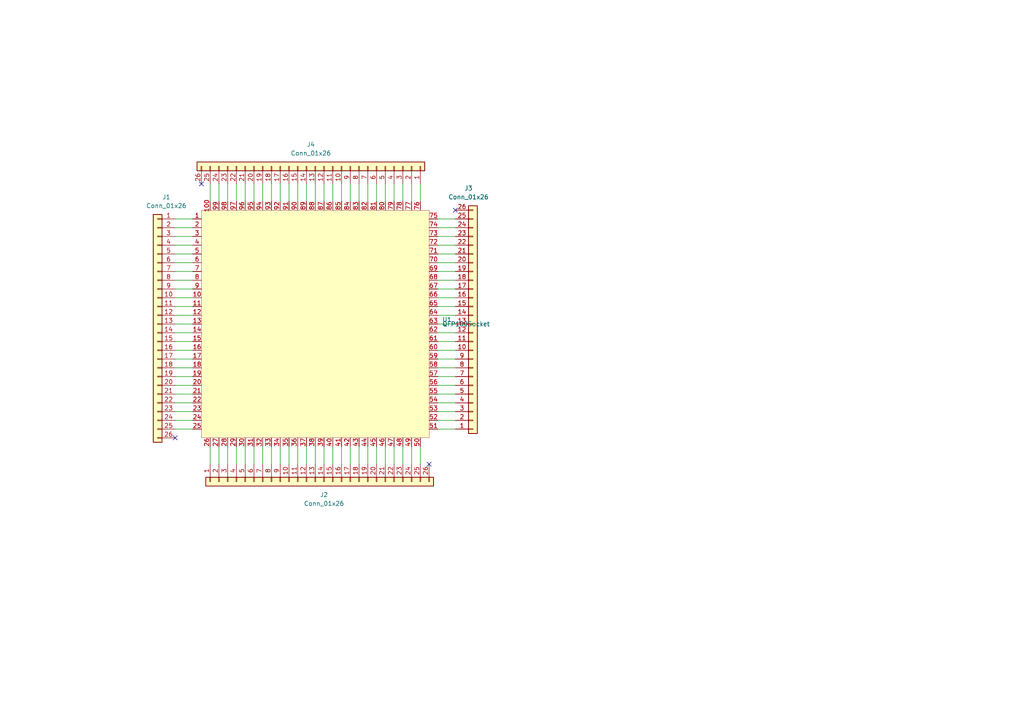
<source format=kicad_sch>
(kicad_sch (version 20200602) (host eeschema "5.99.0-unknown-40250c4~101~ubuntu20.04.1")
  (page 1 1)
  (paper "A4")
  (lib_symbols
    (symbol "Connector_Generic:Conn_01x26" (pin_names hide)
      (property "Reference" "J" (at 0 33.02 0))
      (property "Value" "Conn_01x26" (at 0 -35.56 0))
      (symbol "Conn_01x26_1_1"
        (rectangle (start -1.27 -27.813) (end 0 -28.067) (stroke (width 0.1524)))
        (rectangle (start -1.27 -30.353) (end 0 -30.607) (stroke (width 0.1524)))
        (rectangle (start -1.27 -32.893) (end 0 -33.147) (stroke (width 0.1524)))
        (rectangle (start -1.27 -4.953) (end 0 -5.207) (stroke (width 0.1524)))
        (rectangle (start -1.27 -7.493) (end 0 -7.747) (stroke (width 0.1524)))
        (rectangle (start -1.27 -10.033) (end 0 -10.287) (stroke (width 0.1524)))
        (rectangle (start -1.27 -12.573) (end 0 -12.827) (stroke (width 0.1524)))
        (rectangle (start -1.27 -15.113) (end 0 -15.367) (stroke (width 0.1524)))
        (rectangle (start -1.27 -17.653) (end 0 -17.907) (stroke (width 0.1524)))
        (rectangle (start -1.27 -20.193) (end 0 -20.447) (stroke (width 0.1524)))
        (rectangle (start -1.27 -22.733) (end 0 -22.987) (stroke (width 0.1524)))
        (rectangle (start -1.27 -2.413) (end 0 -2.667) (stroke (width 0.1524)))
        (rectangle (start -1.27 -25.273) (end 0 -25.527) (stroke (width 0.1524)))
        (rectangle (start -1.27 25.527) (end 0 25.273) (stroke (width 0.1524)))
        (rectangle (start -1.27 2.667) (end 0 2.413) (stroke (width 0.1524)))
        (rectangle (start -1.27 28.067) (end 0 27.813) (stroke (width 0.1524)))
        (rectangle (start -1.27 30.607) (end 0 30.353) (stroke (width 0.1524)))
        (rectangle (start -1.27 31.75) (end 1.27 -34.29) (stroke (width 0.254)) (fill (type background)))
        (rectangle (start -1.27 5.207) (end 0 4.953) (stroke (width 0.1524)))
        (rectangle (start -1.27 7.747) (end 0 7.493) (stroke (width 0.1524)))
        (rectangle (start -1.27 10.287) (end 0 10.033) (stroke (width 0.1524)))
        (rectangle (start -1.27 0.127) (end 0 -0.127) (stroke (width 0.1524)))
        (rectangle (start -1.27 12.827) (end 0 12.573) (stroke (width 0.1524)))
        (rectangle (start -1.27 15.367) (end 0 15.113) (stroke (width 0.1524)))
        (rectangle (start -1.27 17.907) (end 0 17.653) (stroke (width 0.1524)))
        (rectangle (start -1.27 20.447) (end 0 20.193) (stroke (width 0.1524)))
        (rectangle (start -1.27 22.987) (end 0 22.733) (stroke (width 0.1524)))
        (pin passive line (at -5.08 30.48 0) (length 3.81) (name "Pin_1") (number "1"))
        (pin passive line (at -5.08 7.62 0) (length 3.81) (name "Pin_10") (number "10"))
        (pin passive line (at -5.08 5.08 0) (length 3.81) (name "Pin_11") (number "11"))
        (pin passive line (at -5.08 2.54 0) (length 3.81) (name "Pin_12") (number "12"))
        (pin passive line (at -5.08 0 0) (length 3.81) (name "Pin_13") (number "13"))
        (pin passive line (at -5.08 -2.54 0) (length 3.81) (name "Pin_14") (number "14"))
        (pin passive line (at -5.08 -5.08 0) (length 3.81) (name "Pin_15") (number "15"))
        (pin passive line (at -5.08 -7.62 0) (length 3.81) (name "Pin_16") (number "16"))
        (pin passive line (at -5.08 -10.16 0) (length 3.81) (name "Pin_17") (number "17"))
        (pin passive line (at -5.08 -12.7 0) (length 3.81) (name "Pin_18") (number "18"))
        (pin passive line (at -5.08 -15.24 0) (length 3.81) (name "Pin_19") (number "19"))
        (pin passive line (at -5.08 27.94 0) (length 3.81) (name "Pin_2") (number "2"))
        (pin passive line (at -5.08 -17.78 0) (length 3.81) (name "Pin_20") (number "20"))
        (pin passive line (at -5.08 -20.32 0) (length 3.81) (name "Pin_21") (number "21"))
        (pin passive line (at -5.08 -22.86 0) (length 3.81) (name "Pin_22") (number "22"))
        (pin passive line (at -5.08 -25.4 0) (length 3.81) (name "Pin_23") (number "23"))
        (pin passive line (at -5.08 -27.94 0) (length 3.81) (name "Pin_24") (number "24"))
        (pin passive line (at -5.08 -30.48 0) (length 3.81) (name "Pin_25") (number "25"))
        (pin passive line (at -5.08 -33.02 0) (length 3.81) (name "Pin_26") (number "26"))
        (pin passive line (at -5.08 25.4 0) (length 3.81) (name "Pin_3") (number "3"))
        (pin passive line (at -5.08 22.86 0) (length 3.81) (name "Pin_4") (number "4"))
        (pin passive line (at -5.08 20.32 0) (length 3.81) (name "Pin_5") (number "5"))
        (pin passive line (at -5.08 17.78 0) (length 3.81) (name "Pin_6") (number "6"))
        (pin passive line (at -5.08 15.24 0) (length 3.81) (name "Pin_7") (number "7"))
        (pin passive line (at -5.08 12.7 0) (length 3.81) (name "Pin_8") (number "8"))
        (pin passive line (at -5.08 10.16 0) (length 3.81) (name "Pin_9") (number "9"))
      )
    )
    (symbol "JBC_mechanical:QFP100Socket"
      (property "Reference" "U" (at 0 0 0))
      (property "Value" "QFP100Socket" (at 0 -5.08 0))
      (symbol "QFP100Socket_0_1"
        (rectangle (start 33.02 -33.02) (end -33.02 33.02) (stroke (width 0.001)) (fill (type background)))
      )
      (symbol "QFP100Socket_1_1"
        (pin passive line (at -35.56 0 0) (length 2.54) (name "~") (number "13"))
        (pin passive line (at -35.56 2.54 0) (length 2.54) (name "~") (number "12"))
        (pin passive line (at -35.56 5.08 0) (length 2.54) (name "~") (number "11"))
        (pin passive line (at -35.56 7.62 0) (length 2.54) (name "~") (number "10"))
        (pin passive line (at -35.56 10.16 0) (length 2.54) (name "~") (number "9"))
        (pin passive line (at -35.56 12.7 0) (length 2.54) (name "~") (number "8"))
        (pin passive line (at -35.56 15.24 0) (length 2.54) (name "~") (number "7"))
        (pin passive line (at -35.56 -2.54 0) (length 2.54) (name "~") (number "14"))
        (pin passive line (at -35.56 -5.08 0) (length 2.54) (name "~") (number "15"))
        (pin passive line (at -35.56 -7.62 0) (length 2.54) (name "~") (number "16"))
        (pin passive line (at -35.56 -10.16 0) (length 2.54) (name "~") (number "17"))
        (pin passive line (at -35.56 -12.7 0) (length 2.54) (name "~") (number "18"))
        (pin passive line (at -35.56 -15.24 0) (length 2.54) (name "~") (number "19"))
        (pin passive line (at -35.56 -17.78 0) (length 2.54) (name "~") (number "20"))
        (pin passive line (at -35.56 -20.32 0) (length 2.54) (name "~") (number "21"))
        (pin passive line (at -35.56 -22.86 0) (length 2.54) (name "~") (number "22"))
        (pin passive line (at -35.56 -25.4 0) (length 2.54) (name "~") (number "23"))
        (pin passive line (at -35.56 -27.94 0) (length 2.54) (name "~") (number "24"))
        (pin passive line (at -35.56 -30.48 0) (length 2.54) (name "~") (number "25"))
        (pin passive line (at -35.56 17.78 0) (length 2.54) (name "~") (number "6"))
        (pin passive line (at -35.56 20.32 0) (length 2.54) (name "~") (number "5"))
        (pin passive line (at -35.56 22.86 0) (length 2.54) (name "~") (number "4"))
        (pin passive line (at -35.56 25.4 0) (length 2.54) (name "~") (number "3"))
        (pin passive line (at -35.56 27.94 0) (length 2.54) (name "~") (number "2"))
        (pin passive line (at -35.56 30.48 0) (length 2.54) (name "~") (number "1"))
        (pin passive line (at -5.08 -35.56 90) (length 2.54) (name "~") (number "36"))
        (pin passive line (at 22.86 -35.56 90) (length 2.54) (name "~") (number "47"))
        (pin passive line (at -27.94 -35.56 90) (length 2.54) (name "~") (number "27"))
        (pin passive line (at -15.24 -35.56 90) (length 2.54) (name "~") (number "32"))
        (pin passive line (at 10.16 -35.56 90) (length 2.54) (name "~") (number "42"))
        (pin passive line (at 15.24 -35.56 90) (length 2.54) (name "~") (number "44"))
        (pin passive line (at 30.48 -35.56 90) (length 2.54) (name "~") (number "50"))
        (pin passive line (at -22.86 -35.56 90) (length 2.54) (name "~") (number "29"))
        (pin passive line (at -10.16 -35.56 90) (length 2.54) (name "~") (number "34"))
        (pin passive line (at -25.4 -35.56 90) (length 2.54) (name "~") (number "28"))
        (pin passive line (at -2.54 -35.56 90) (length 2.54) (name "~") (number "37"))
        (pin passive line (at 2.54 -35.56 90) (length 2.54) (name "~") (number "39"))
        (pin passive line (at 5.08 -35.56 90) (length 2.54) (name "~") (number "40"))
        (pin passive line (at -17.78 -35.56 90) (length 2.54) (name "~") (number "31"))
        (pin passive line (at -30.48 -35.56 90) (length 2.54) (name "~") (number "26"))
        (pin passive line (at 27.94 -35.56 90) (length 2.54) (name "~") (number "49"))
        (pin passive line (at 17.78 -35.56 90) (length 2.54) (name "~") (number "45"))
        (pin passive line (at 0 -35.56 90) (length 2.54) (name "~") (number "38"))
        (pin passive line (at -20.32 -35.56 90) (length 2.54) (name "~") (number "30"))
        (pin passive line (at 25.4 -35.56 90) (length 2.54) (name "~") (number "48"))
        (pin passive line (at 7.62 -35.56 90) (length 2.54) (name "~") (number "41"))
        (pin passive line (at -12.7 -35.56 90) (length 2.54) (name "~") (number "33"))
        (pin passive line (at 20.32 -35.56 90) (length 2.54) (name "~") (number "46"))
        (pin passive line (at -7.62 -35.56 90) (length 2.54) (name "~") (number "35"))
        (pin passive line (at 12.7 -35.56 90) (length 2.54) (name "~") (number "43"))
        (pin passive line (at 35.56 -5.08 180) (length 2.54) (name "~") (number "61"))
        (pin passive line (at 35.56 22.86 180) (length 2.54) (name "~") (number "72"))
        (pin passive line (at 35.56 -27.94 180) (length 2.54) (name "~") (number "52"))
        (pin passive line (at 35.56 -15.24 180) (length 2.54) (name "~") (number "57"))
        (pin passive line (at 35.56 10.16 180) (length 2.54) (name "~") (number "67"))
        (pin passive line (at 35.56 15.24 180) (length 2.54) (name "~") (number "69"))
        (pin passive line (at 35.56 30.48 180) (length 2.54) (name "~") (number "75"))
        (pin passive line (at 35.56 -22.86 180) (length 2.54) (name "~") (number "54"))
        (pin passive line (at 35.56 -10.16 180) (length 2.54) (name "~") (number "59"))
        (pin passive line (at 35.56 -25.4 180) (length 2.54) (name "~") (number "53"))
        (pin passive line (at 35.56 -2.54 180) (length 2.54) (name "~") (number "62"))
        (pin passive line (at 35.56 2.54 180) (length 2.54) (name "~") (number "64"))
        (pin passive line (at 35.56 5.08 180) (length 2.54) (name "~") (number "65"))
        (pin passive line (at 35.56 -17.78 180) (length 2.54) (name "~") (number "56"))
        (pin passive line (at 35.56 -30.48 180) (length 2.54) (name "~") (number "51"))
        (pin passive line (at 35.56 27.94 180) (length 2.54) (name "~") (number "74"))
        (pin passive line (at 35.56 17.78 180) (length 2.54) (name "~") (number "70"))
        (pin passive line (at 35.56 0 180) (length 2.54) (name "~") (number "63"))
        (pin passive line (at 35.56 -20.32 180) (length 2.54) (name "~") (number "55"))
        (pin passive line (at 35.56 25.4 180) (length 2.54) (name "~") (number "73"))
        (pin passive line (at 35.56 7.62 180) (length 2.54) (name "~") (number "66"))
        (pin passive line (at 35.56 -12.7 180) (length 2.54) (name "~") (number "58"))
        (pin passive line (at 35.56 20.32 180) (length 2.54) (name "~") (number "71"))
        (pin passive line (at 35.56 -7.62 180) (length 2.54) (name "~") (number "60"))
        (pin passive line (at 35.56 12.7 180) (length 2.54) (name "~") (number "68"))
        (pin passive line (at 2.54 35.56 270) (length 2.54) (name "~") (number "87"))
        (pin passive line (at 17.78 35.56 270) (length 2.54) (name "~") (number "81"))
        (pin passive line (at -5.08 35.56 270) (length 2.54) (name "~") (number "90"))
        (pin passive line (at -27.94 35.56 270) (length 2.54) (name "~") (number "99"))
        (pin passive line (at -12.7 35.56 270) (length 2.54) (name "~") (number "93"))
        (pin passive line (at -30.48 35.56 270) (length 2.54) (name "~") (number "100"))
        (pin passive line (at -22.86 35.56 270) (length 2.54) (name "~") (number "97"))
        (pin passive line (at -20.32 35.56 270) (length 2.54) (name "~") (number "96"))
        (pin passive line (at 10.16 35.56 270) (length 2.54) (name "~") (number "84"))
        (pin passive line (at 15.24 35.56 270) (length 2.54) (name "~") (number "82"))
        (pin passive line (at 20.32 35.56 270) (length 2.54) (name "~") (number "80"))
        (pin passive line (at 22.86 35.56 270) (length 2.54) (name "~") (number "79"))
        (pin passive line (at 0 35.56 270) (length 2.54) (name "~") (number "88"))
        (pin passive line (at 12.7 35.56 270) (length 2.54) (name "~") (number "83"))
        (pin passive line (at -25.4 35.56 270) (length 2.54) (name "~") (number "98"))
        (pin passive line (at -10.16 35.56 270) (length 2.54) (name "~") (number "92"))
        (pin passive line (at -17.78 35.56 270) (length 2.54) (name "~") (number "95"))
        (pin passive line (at 30.48 35.56 270) (length 2.54) (name "~") (number "76"))
        (pin passive line (at 5.08 35.56 270) (length 2.54) (name "~") (number "86"))
        (pin passive line (at -7.62 35.56 270) (length 2.54) (name "~") (number "91"))
        (pin passive line (at -2.54 35.56 270) (length 2.54) (name "~") (number "89"))
        (pin passive line (at -15.24 35.56 270) (length 2.54) (name "~") (number "94"))
        (pin passive line (at 7.62 35.56 270) (length 2.54) (name "~") (number "85"))
        (pin passive line (at 27.94 35.56 270) (length 2.54) (name "~") (number "77"))
        (pin passive line (at 25.4 35.56 270) (length 2.54) (name "~") (number "78"))
      )
    )
  )
  (no_connect (at 50.8 127))
  (no_connect (at 124.46 134.62))
  (no_connect (at 132.08 60.96))
  (no_connect (at 58.42 53.34))
  (wire (pts (xy 50.8 63.5) (xy 55.88 63.5)))
  (wire (pts (xy 50.8 66.04) (xy 55.88 66.04)))
  (wire (pts (xy 50.8 68.58) (xy 55.88 68.58)))
  (wire (pts (xy 50.8 71.12) (xy 55.88 71.12)))
  (wire (pts (xy 50.8 73.66) (xy 55.88 73.66)))
  (wire (pts (xy 50.8 76.2) (xy 55.88 76.2)))
  (wire (pts (xy 50.8 78.74) (xy 55.88 78.74)))
  (wire (pts (xy 50.8 81.28) (xy 55.88 81.28)))
  (wire (pts (xy 50.8 83.82) (xy 55.88 83.82)))
  (wire (pts (xy 50.8 86.36) (xy 55.88 86.36)))
  (wire (pts (xy 50.8 88.9) (xy 55.88 88.9)))
  (wire (pts (xy 50.8 91.44) (xy 55.88 91.44)))
  (wire (pts (xy 50.8 93.98) (xy 55.88 93.98)))
  (wire (pts (xy 50.8 96.52) (xy 55.88 96.52)))
  (wire (pts (xy 50.8 99.06) (xy 55.88 99.06)))
  (wire (pts (xy 50.8 101.6) (xy 55.88 101.6)))
  (wire (pts (xy 50.8 104.14) (xy 55.88 104.14)))
  (wire (pts (xy 50.8 106.68) (xy 55.88 106.68)))
  (wire (pts (xy 50.8 109.22) (xy 55.88 109.22)))
  (wire (pts (xy 50.8 111.76) (xy 55.88 111.76)))
  (wire (pts (xy 50.8 114.3) (xy 55.88 114.3)))
  (wire (pts (xy 50.8 116.84) (xy 55.88 116.84)))
  (wire (pts (xy 50.8 119.38) (xy 55.88 119.38)))
  (wire (pts (xy 50.8 121.92) (xy 55.88 121.92)))
  (wire (pts (xy 50.8 124.46) (xy 55.88 124.46)))
  (wire (pts (xy 60.96 53.34) (xy 60.96 58.42)))
  (wire (pts (xy 60.96 134.62) (xy 60.96 129.54)))
  (wire (pts (xy 63.5 53.34) (xy 63.5 58.42)))
  (wire (pts (xy 63.5 134.62) (xy 63.5 129.54)))
  (wire (pts (xy 66.04 53.34) (xy 66.04 58.42)))
  (wire (pts (xy 66.04 134.62) (xy 66.04 129.54)))
  (wire (pts (xy 68.58 53.34) (xy 68.58 58.42)))
  (wire (pts (xy 68.58 134.62) (xy 68.58 129.54)))
  (wire (pts (xy 71.12 53.34) (xy 71.12 58.42)))
  (wire (pts (xy 71.12 134.62) (xy 71.12 129.54)))
  (wire (pts (xy 73.66 53.34) (xy 73.66 58.42)))
  (wire (pts (xy 73.66 134.62) (xy 73.66 129.54)))
  (wire (pts (xy 76.2 53.34) (xy 76.2 58.42)))
  (wire (pts (xy 76.2 134.62) (xy 76.2 129.54)))
  (wire (pts (xy 78.74 53.34) (xy 78.74 58.42)))
  (wire (pts (xy 78.74 134.62) (xy 78.74 129.54)))
  (wire (pts (xy 81.28 53.34) (xy 81.28 58.42)))
  (wire (pts (xy 81.28 134.62) (xy 81.28 129.54)))
  (wire (pts (xy 83.82 53.34) (xy 83.82 58.42)))
  (wire (pts (xy 83.82 134.62) (xy 83.82 129.54)))
  (wire (pts (xy 86.36 53.34) (xy 86.36 58.42)))
  (wire (pts (xy 86.36 134.62) (xy 86.36 129.54)))
  (wire (pts (xy 88.9 53.34) (xy 88.9 58.42)))
  (wire (pts (xy 88.9 134.62) (xy 88.9 129.54)))
  (wire (pts (xy 91.44 53.34) (xy 91.44 58.42)))
  (wire (pts (xy 91.44 134.62) (xy 91.44 129.54)))
  (wire (pts (xy 93.98 53.34) (xy 93.98 58.42)))
  (wire (pts (xy 93.98 134.62) (xy 93.98 129.54)))
  (wire (pts (xy 96.52 53.34) (xy 96.52 58.42)))
  (wire (pts (xy 96.52 134.62) (xy 96.52 129.54)))
  (wire (pts (xy 99.06 53.34) (xy 99.06 58.42)))
  (wire (pts (xy 99.06 134.62) (xy 99.06 129.54)))
  (wire (pts (xy 101.6 53.34) (xy 101.6 58.42)))
  (wire (pts (xy 101.6 134.62) (xy 101.6 129.54)))
  (wire (pts (xy 104.14 53.34) (xy 104.14 58.42)))
  (wire (pts (xy 104.14 134.62) (xy 104.14 129.54)))
  (wire (pts (xy 106.68 53.34) (xy 106.68 58.42)))
  (wire (pts (xy 106.68 134.62) (xy 106.68 129.54)))
  (wire (pts (xy 109.22 53.34) (xy 109.22 58.42)))
  (wire (pts (xy 109.22 134.62) (xy 109.22 129.54)))
  (wire (pts (xy 111.76 53.34) (xy 111.76 58.42)))
  (wire (pts (xy 111.76 134.62) (xy 111.76 129.54)))
  (wire (pts (xy 114.3 53.34) (xy 114.3 58.42)))
  (wire (pts (xy 114.3 134.62) (xy 114.3 129.54)))
  (wire (pts (xy 116.84 53.34) (xy 116.84 58.42)))
  (wire (pts (xy 116.84 134.62) (xy 116.84 129.54)))
  (wire (pts (xy 119.38 53.34) (xy 119.38 58.42)))
  (wire (pts (xy 119.38 134.62) (xy 119.38 129.54)))
  (wire (pts (xy 121.92 53.34) (xy 121.92 58.42)))
  (wire (pts (xy 121.92 134.62) (xy 121.92 129.54)))
  (wire (pts (xy 132.08 63.5) (xy 127 63.5)))
  (wire (pts (xy 132.08 66.04) (xy 127 66.04)))
  (wire (pts (xy 132.08 68.58) (xy 127 68.58)))
  (wire (pts (xy 132.08 71.12) (xy 127 71.12)))
  (wire (pts (xy 132.08 73.66) (xy 127 73.66)))
  (wire (pts (xy 132.08 76.2) (xy 127 76.2)))
  (wire (pts (xy 132.08 78.74) (xy 127 78.74)))
  (wire (pts (xy 132.08 81.28) (xy 127 81.28)))
  (wire (pts (xy 132.08 83.82) (xy 127 83.82)))
  (wire (pts (xy 132.08 86.36) (xy 127 86.36)))
  (wire (pts (xy 132.08 88.9) (xy 127 88.9)))
  (wire (pts (xy 132.08 91.44) (xy 127 91.44)))
  (wire (pts (xy 132.08 93.98) (xy 127 93.98)))
  (wire (pts (xy 132.08 96.52) (xy 127 96.52)))
  (wire (pts (xy 132.08 99.06) (xy 127 99.06)))
  (wire (pts (xy 132.08 101.6) (xy 127 101.6)))
  (wire (pts (xy 132.08 104.14) (xy 127 104.14)))
  (wire (pts (xy 132.08 106.68) (xy 127 106.68)))
  (wire (pts (xy 132.08 109.22) (xy 127 109.22)))
  (wire (pts (xy 132.08 111.76) (xy 127 111.76)))
  (wire (pts (xy 132.08 114.3) (xy 127 114.3)))
  (wire (pts (xy 132.08 116.84) (xy 127 116.84)))
  (wire (pts (xy 132.08 119.38) (xy 127 119.38)))
  (wire (pts (xy 132.08 121.92) (xy 127 121.92)))
  (wire (pts (xy 132.08 124.46) (xy 127 124.46)))
  (symbol (lib_id "Connector_Generic:Conn_01x26") (at 45.72 93.98 0) (mirror y) (unit 1)
    (property "Reference" "J1" (at 48.26 57.15 0))
    (property "Value" "Conn_01x26" (at 48.26 59.69 0))
    (property "Footprint" "Connector_PinHeader_2.54mm:PinHeader_2x13_P2.54mm_Vertical" (effects hide))
  )
  (symbol (lib_id "Connector_Generic:Conn_01x26") (at 91.44 48.26 270) (mirror x) (unit 1)
    (property "Reference" "J4" (at 90.17 41.91 90))
    (property "Value" "Conn_01x26" (at 90.17 44.45 90))
    (property "Footprint" "Connector_PinHeader_2.54mm:PinHeader_2x13_P2.54mm_Vertical" (effects hide))
  )
  (symbol (lib_id "Connector_Generic:Conn_01x26") (at 91.44 139.7 90) (mirror x) (unit 1)
    (property "Reference" "J2" (at 93.98 143.51 90))
    (property "Value" "Conn_01x26" (at 93.98 146.05 90))
    (property "Footprint" "Connector_PinHeader_2.54mm:PinHeader_2x13_P2.54mm_Vertical" (effects hide))
  )
  (symbol (lib_id "Connector_Generic:Conn_01x26") (at 137.16 93.98 0) (mirror x) (unit 1)
    (property "Reference" "J3" (at 135.89 54.61 0))
    (property "Value" "Conn_01x26" (at 135.89 57.15 0))
    (property "Footprint" "Connector_PinHeader_2.54mm:PinHeader_2x13_P2.54mm_Vertical" (effects hide))
  )
  (symbol (lib_id "JBC_mechanical:QFP100Socket") (at 91.44 93.98 0) (unit 1)
    (property "Reference" "U1" (at 128.27 92.71 0) (effects (justify left)))
    (property "Value" "QFP100Socket" (at 128.27 93.98 0) (effects (justify left)))
    (property "Footprint" "JBC_mechanical:QFP100socket" (effects hide))
  )
)
</source>
